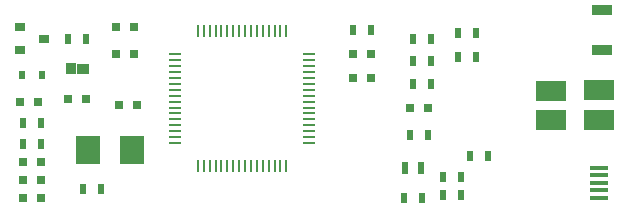
<source format=gbr>
G04 #@! TF.FileFunction,Paste,Top*
%FSLAX46Y46*%
G04 Gerber Fmt 4.6, Leading zero omitted, Abs format (unit mm)*
G04 Created by KiCad (PCBNEW 4.0.6) date 07/20/17 20:23:09*
%MOMM*%
%LPD*%
G01*
G04 APERTURE LIST*
%ADD10C,0.100000*%
%ADD11R,0.800000X0.750000*%
%ADD12R,0.600000X0.800000*%
%ADD13R,0.500000X0.900000*%
%ADD14R,1.000000X0.250000*%
%ADD15R,0.250000X1.000000*%
%ADD16R,0.900000X0.800000*%
%ADD17R,1.700000X0.900000*%
%ADD18R,2.500000X1.700000*%
%ADD19R,1.000000X0.900000*%
%ADD20R,2.000000X2.400000*%
%ADD21R,0.600000X1.100000*%
%ADD22R,1.500000X0.450000*%
G04 APERTURE END LIST*
D10*
D11*
X184416000Y-83312000D03*
X185916000Y-83312000D03*
X179590000Y-80772000D03*
X181090000Y-80772000D03*
X151650000Y-89408000D03*
X153150000Y-89408000D03*
X151650000Y-87884000D03*
X153150000Y-87884000D03*
X159524000Y-78740000D03*
X161024000Y-78740000D03*
X159524000Y-76454000D03*
X161024000Y-76454000D03*
X155460000Y-82550000D03*
X156960000Y-82550000D03*
X179590000Y-78740000D03*
X181090000Y-78740000D03*
X159778000Y-83058000D03*
X161278000Y-83058000D03*
D12*
X151550000Y-80518000D03*
X153250000Y-80518000D03*
D13*
X158230000Y-90170000D03*
X156730000Y-90170000D03*
X184670000Y-81280000D03*
X186170000Y-81280000D03*
X151650000Y-86360000D03*
X153150000Y-86360000D03*
X190996000Y-87376000D03*
X189496000Y-87376000D03*
X184416000Y-85598000D03*
X185916000Y-85598000D03*
X187210000Y-90678000D03*
X188710000Y-90678000D03*
X151650000Y-84582000D03*
X153150000Y-84582000D03*
X184670000Y-79375000D03*
X186170000Y-79375000D03*
X188480000Y-78994000D03*
X189980000Y-78994000D03*
X188480000Y-76962000D03*
X189980000Y-76962000D03*
X179590000Y-76708000D03*
X181090000Y-76708000D03*
X184670000Y-77470000D03*
X186170000Y-77470000D03*
D14*
X164480000Y-78800000D03*
X164480000Y-79300000D03*
X164480000Y-79800000D03*
X164480000Y-80300000D03*
X164480000Y-80800000D03*
X164480000Y-81300000D03*
X164480000Y-81800000D03*
X164480000Y-82300000D03*
X164480000Y-82800000D03*
X164480000Y-83300000D03*
X164480000Y-83800000D03*
X164480000Y-84300000D03*
X164480000Y-84800000D03*
X164480000Y-85300000D03*
X164480000Y-85800000D03*
X164480000Y-86300000D03*
D15*
X166430000Y-88250000D03*
X166930000Y-88250000D03*
X167430000Y-88250000D03*
X167930000Y-88250000D03*
X168430000Y-88250000D03*
X168930000Y-88250000D03*
X169430000Y-88250000D03*
X169930000Y-88250000D03*
X170430000Y-88250000D03*
X170930000Y-88250000D03*
X171430000Y-88250000D03*
X171930000Y-88250000D03*
X172430000Y-88250000D03*
X172930000Y-88250000D03*
X173430000Y-88250000D03*
X173930000Y-88250000D03*
D14*
X175880000Y-86300000D03*
X175880000Y-85800000D03*
X175880000Y-85300000D03*
X175880000Y-84800000D03*
X175880000Y-84300000D03*
X175880000Y-83800000D03*
X175880000Y-83300000D03*
X175880000Y-82800000D03*
X175880000Y-82300000D03*
X175880000Y-81800000D03*
X175880000Y-81300000D03*
X175880000Y-80800000D03*
X175880000Y-80300000D03*
X175880000Y-79800000D03*
X175880000Y-79300000D03*
X175880000Y-78800000D03*
D15*
X173930000Y-76850000D03*
X173430000Y-76850000D03*
X172930000Y-76850000D03*
X172430000Y-76850000D03*
X171930000Y-76850000D03*
X171430000Y-76850000D03*
X170930000Y-76850000D03*
X170430000Y-76850000D03*
X169930000Y-76850000D03*
X169430000Y-76850000D03*
X168930000Y-76850000D03*
X168430000Y-76850000D03*
X167930000Y-76850000D03*
X167430000Y-76850000D03*
X166930000Y-76850000D03*
X166430000Y-76850000D03*
D16*
X151400000Y-76520000D03*
X151400000Y-78420000D03*
X153400000Y-77470000D03*
D17*
X200660000Y-78408000D03*
X200660000Y-75008000D03*
D18*
X200406000Y-84328000D03*
X200406000Y-81788000D03*
X196342000Y-84328000D03*
X196374000Y-81858000D03*
D10*
G36*
X155252000Y-80460000D02*
X155252000Y-79560000D01*
X156152000Y-79560000D01*
X156152000Y-80460000D01*
X155252000Y-80460000D01*
X155252000Y-80460000D01*
G37*
D19*
X156718000Y-80010000D03*
D11*
X153150000Y-90932000D03*
X151650000Y-90932000D03*
X151396000Y-82804000D03*
X152896000Y-82804000D03*
D13*
X188710000Y-89154000D03*
X187210000Y-89154000D03*
D20*
X157154000Y-86868000D03*
X160854000Y-86868000D03*
D21*
X183958000Y-88392000D03*
X185358000Y-88392000D03*
D13*
X183908000Y-90932000D03*
X185408000Y-90932000D03*
D22*
X200406000Y-89662000D03*
X200406000Y-89027000D03*
X200406000Y-90297000D03*
X200406000Y-88392000D03*
X200406000Y-90932000D03*
D13*
X155460000Y-77470000D03*
X156960000Y-77470000D03*
M02*

</source>
